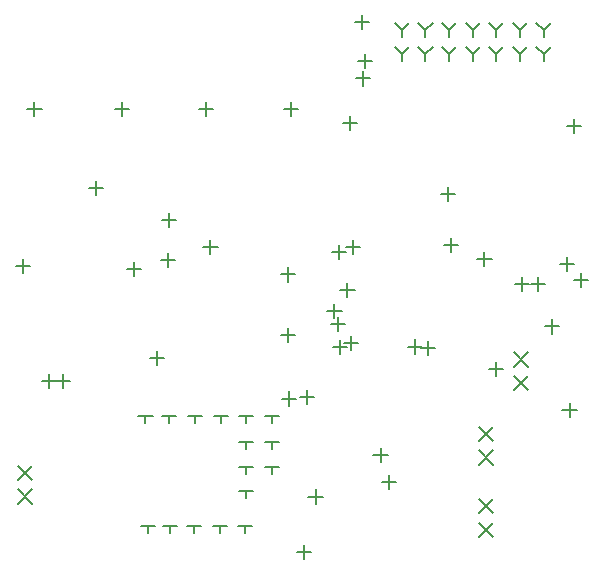
<source format=gbr>
G04 DipTrace 3.2.0.1*
G04 Plated_Through.gbr*
%MOIN*%
G04 #@! TF.FileFunction,Plated,1,2,PTH,Drill*
G04 #@! TF.Part,Single*
G04 Drill Symbols*
G04 D=0.015748 - Cross*
G04 D=0.027559 - X*
G04 D=0.028346 - Y*
G04 D=0.031496 - T*
G04 D=0.043307 - V*
G04 D=0.11811 - Clock*
%ADD10C,0.007874*%
%FSLAX26Y26*%
G04*
G70*
G90*
G75*
G01*
X2059055Y834646D2*
D10*
X2106299Y787402D1*
Y834646D2*
X2059055Y787402D1*
Y913386D2*
X2106299Y866142D1*
Y913386D2*
X2059055Y866142D1*
X2177165Y1082677D2*
X2224409Y1035433D1*
Y1082677D2*
X2177165Y1035433D1*
Y1161417D2*
X2224409Y1114173D1*
Y1161417D2*
X2177165Y1114173D1*
X523622Y783465D2*
X570866Y736220D1*
Y783465D2*
X523622Y736220D1*
Y704724D2*
X570866Y657480D1*
Y704724D2*
X523622Y657480D1*
X2059055Y594488D2*
X2106299Y547244D1*
Y594488D2*
X2059055Y547244D1*
Y673228D2*
X2106299Y625984D1*
Y673228D2*
X2059055Y625984D1*
X1779528Y2259843D2*
X1803150Y2236220D1*
X1826772Y2259843D1*
X1803150Y2236220D2*
Y2212598D1*
X1858465Y2259843D2*
X1882087Y2236220D1*
X1905709Y2259843D1*
X1882087Y2236220D2*
Y2212598D1*
X1937008Y2259843D2*
X1960630Y2236220D1*
X1984252Y2259843D1*
X1960630Y2236220D2*
Y2212598D1*
X2015945Y2259843D2*
X2039567Y2236220D1*
X2063189Y2259843D1*
X2039567Y2236220D2*
Y2212598D1*
X2094488Y2259843D2*
X2118110Y2236220D1*
X2141732Y2259843D1*
X2118110Y2236220D2*
Y2212598D1*
X2173425Y2259843D2*
X2197047Y2236220D1*
X2220669Y2259843D1*
X2197047Y2236220D2*
Y2212598D1*
X2251969Y2259843D2*
X2275591Y2236220D1*
X2299213Y2259843D1*
X2275591Y2236220D2*
Y2212598D1*
X1779528Y2181102D2*
X1803150Y2157480D1*
X1826772Y2181102D1*
X1803150Y2157480D2*
Y2133858D1*
X1858465Y2181102D2*
X1882087Y2157480D1*
X1905709Y2181102D1*
X1882087Y2157480D2*
Y2133858D1*
X1937008Y2181102D2*
X1960630Y2157480D1*
X1984252Y2181102D1*
X1960630Y2157480D2*
Y2133858D1*
X2015945Y2181102D2*
X2039567Y2157480D1*
X2063189Y2181102D1*
X2039567Y2157480D2*
Y2133858D1*
X2094488Y2181102D2*
X2118110Y2157480D1*
X2141732Y2181102D1*
X2118110Y2157480D2*
Y2133858D1*
X2173425Y2181102D2*
X2197047Y2157480D1*
X2220669Y2181102D1*
X2197047Y2157480D2*
Y2133858D1*
X2251969Y2181102D2*
X2275591Y2157480D1*
X2299213Y2181102D1*
X2275591Y2157480D2*
Y2133858D1*
X627919Y1090551D2*
Y1043307D1*
X604297Y1066929D2*
X651541D1*
X675163Y1090551D2*
Y1043307D1*
X651541Y1066929D2*
X698785D1*
X2204724Y1413386D2*
Y1366142D1*
X2181102Y1389764D2*
X2228346D1*
X2255906Y1413386D2*
Y1366142D1*
X2232283Y1389764D2*
X2279528D1*
X2303150Y1271654D2*
Y1224409D1*
X2279528Y1248031D2*
X2326772D1*
X1622047Y1393701D2*
Y1346457D1*
X1598425Y1370079D2*
X1645669D1*
X1427148Y1031496D2*
Y984252D1*
X1403526Y1007874D2*
X1450770D1*
X1956693Y1712598D2*
Y1665354D1*
X1933071Y1688976D2*
X1980315D1*
X1425197Y1244094D2*
Y1196850D1*
X1401575Y1220472D2*
X1448819D1*
X1594488Y1519685D2*
Y1472441D1*
X1570866Y1496063D2*
X1618110D1*
X1173228Y582677D2*
X1220472D1*
X1196850D2*
Y559055D1*
X1177165Y948819D2*
X1224409D1*
X1200787D2*
Y925197D1*
X1259843Y948819D2*
X1307087D1*
X1283465D2*
Y925197D1*
X1090551Y948819D2*
X1137795D1*
X1114173D2*
Y925197D1*
X1003937Y948819D2*
X1051181D1*
X1027559D2*
Y925197D1*
X1259843Y700787D2*
X1307087D1*
X1283465D2*
Y677165D1*
X1023622Y1492126D2*
Y1444882D1*
X1000000Y1468504D2*
X1047244D1*
X1086614Y582677D2*
X1133858D1*
X1110236D2*
Y559055D1*
X1007874Y582677D2*
X1055118D1*
X1031496D2*
Y559055D1*
X988189Y1165354D2*
Y1118110D1*
X964567Y1141732D2*
X1011811D1*
X1027559Y1625984D2*
Y1578740D1*
X1003937Y1602362D2*
X1051181D1*
X909449Y1464567D2*
Y1417323D1*
X885827Y1440945D2*
X933071D1*
X783465Y1732283D2*
Y1685039D1*
X759843Y1708661D2*
X807087D1*
X539370Y1472441D2*
Y1425197D1*
X515748Y1448819D2*
X562992D1*
X1515748Y704724D2*
Y657480D1*
X1492126Y681102D2*
X1539370D1*
X1488189Y1035433D2*
Y988189D1*
X1464567Y1011811D2*
X1511811D1*
X2118110Y1129921D2*
Y1082677D1*
X2094488Y1106299D2*
X2141732D1*
X2362205Y992126D2*
Y944882D1*
X2338583Y968504D2*
X2385827D1*
X2401575Y1425197D2*
Y1377953D1*
X2377953Y1401575D2*
X2425197D1*
X925197Y948819D2*
X972441D1*
X948819D2*
Y925197D1*
X2377953Y1940945D2*
Y1893701D1*
X2354331Y1917323D2*
X2401575D1*
X1433071Y1996063D2*
Y1948819D1*
X1409449Y1972441D2*
X1456693D1*
X1149606Y1996063D2*
Y1948819D1*
X1125984Y1972441D2*
X1173228D1*
X870079Y1996063D2*
Y1948819D1*
X846457Y1972441D2*
X893701D1*
X578740Y1996063D2*
Y1948819D1*
X555118Y1972441D2*
X602362D1*
X1681102Y2157480D2*
Y2110236D1*
X1657480Y2133858D2*
X1704724D1*
X1255906Y582677D2*
X1303150D1*
X1279528D2*
Y559055D1*
X1165354Y1535433D2*
Y1488189D1*
X1141732Y1511811D2*
X1188976D1*
X1425197Y1444882D2*
Y1397638D1*
X1401575Y1421260D2*
X1448819D1*
X933071Y582677D2*
X980315D1*
X956693D2*
Y559055D1*
X1259843Y779528D2*
X1307087D1*
X1283465D2*
Y755906D1*
X1259843Y862205D2*
X1307087D1*
X1283465D2*
Y838583D1*
X1346457Y948819D2*
X1393701D1*
X1370079D2*
Y925197D1*
X1346457Y779528D2*
X1393701D1*
X1370079D2*
Y755906D1*
X1346457Y862205D2*
X1393701D1*
X1370079D2*
Y838583D1*
X1629921Y1948819D2*
Y1901575D1*
X1606299Y1925197D2*
X1653543D1*
X1732283Y842520D2*
Y795276D1*
X1708661Y818898D2*
X1755906D1*
X1759843Y751969D2*
Y704724D1*
X1736220Y728346D2*
X1783465D1*
X1476378Y519685D2*
Y472441D1*
X1452756Y496063D2*
X1500000D1*
X1889764Y1200787D2*
Y1153543D1*
X1866142Y1177165D2*
X1913386D1*
X1633858Y1216535D2*
Y1169291D1*
X1610236Y1192913D2*
X1657480D1*
X1590551Y1279528D2*
Y1232283D1*
X1566929Y1255906D2*
X1614173D1*
X1968504Y1543307D2*
Y1496063D1*
X1944882Y1519685D2*
X1992126D1*
X2354331Y1480315D2*
Y1433071D1*
X2330709Y1456693D2*
X2377953D1*
X1846457Y1204724D2*
Y1157480D1*
X1822835Y1181102D2*
X1870079D1*
X1596457Y1202756D2*
Y1155512D1*
X1572835Y1179134D2*
X1620079D1*
X1578740Y1322835D2*
Y1275591D1*
X1555118Y1299213D2*
X1602362D1*
X1641732Y1535433D2*
Y1488189D1*
X1618110Y1511811D2*
X1665354D1*
X2078740Y1496063D2*
Y1448819D1*
X2055118Y1472441D2*
X2102362D1*
X1669291Y2287402D2*
Y2240157D1*
X1645669Y2263780D2*
X1692913D1*
X1673228Y2098425D2*
Y2051181D1*
X1649606Y2074803D2*
X1696850D1*
M02*

</source>
